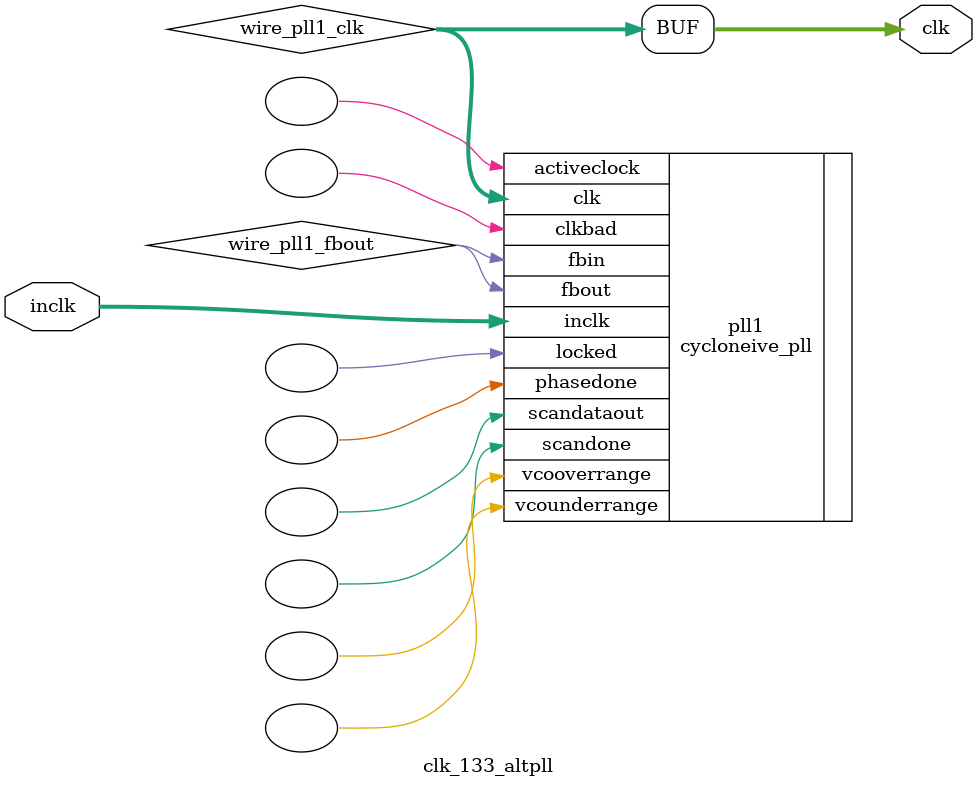
<source format=v>






//synthesis_resources = cycloneive_pll 1 
//synopsys translate_off
`timescale 1 ps / 1 ps
//synopsys translate_on
module  clk_133_altpll
	( 
	clk,
	inclk) /* synthesis synthesis_clearbox=1 */;
	output   [4:0]  clk;
	input   [1:0]  inclk;
`ifndef ALTERA_RESERVED_QIS
// synopsys translate_off
`endif
	tri0   [1:0]  inclk;
`ifndef ALTERA_RESERVED_QIS
// synopsys translate_on
`endif

	wire  [4:0]   wire_pll1_clk;
	wire  wire_pll1_fbout;

	cycloneive_pll   pll1
	( 
	.activeclock(),
	.clk(wire_pll1_clk),
	.clkbad(),
	.fbin(wire_pll1_fbout),
	.fbout(wire_pll1_fbout),
	.inclk(inclk),
	.locked(),
	.phasedone(),
	.scandataout(),
	.scandone(),
	.vcooverrange(),
	.vcounderrange()
	`ifndef FORMAL_VERIFICATION
	// synopsys translate_off
	`endif
	,
	.areset(1'b0),
	.clkswitch(1'b0),
	.configupdate(1'b0),
	.pfdena(1'b1),
	.phasecounterselect({3{1'b0}}),
	.phasestep(1'b0),
	.phaseupdown(1'b0),
	.scanclk(1'b0),
	.scanclkena(1'b1),
	.scandata(1'b0)
	`ifndef FORMAL_VERIFICATION
	// synopsys translate_on
	`endif
	);
	defparam
		pll1.bandwidth_type = "auto",
		pll1.clk0_divide_by = 2,
		pll1.clk0_duty_cycle = 50,
		pll1.clk0_multiply_by = 3,
		pll1.clk0_phase_shift = "0",
		pll1.clk1_divide_by = 2,
		pll1.clk1_duty_cycle = 50,
		pll1.clk1_multiply_by = 3,
		pll1.clk1_phase_shift = "6667",
		pll1.compensate_clock = "clk0",
		pll1.inclk0_input_frequency = 20000,
		pll1.operation_mode = "normal",
		pll1.pll_type = "auto",
		pll1.lpm_type = "cycloneive_pll";
	assign
		clk = {wire_pll1_clk[4:0]};
endmodule //clk_133_altpll
//VALID FILE

</source>
